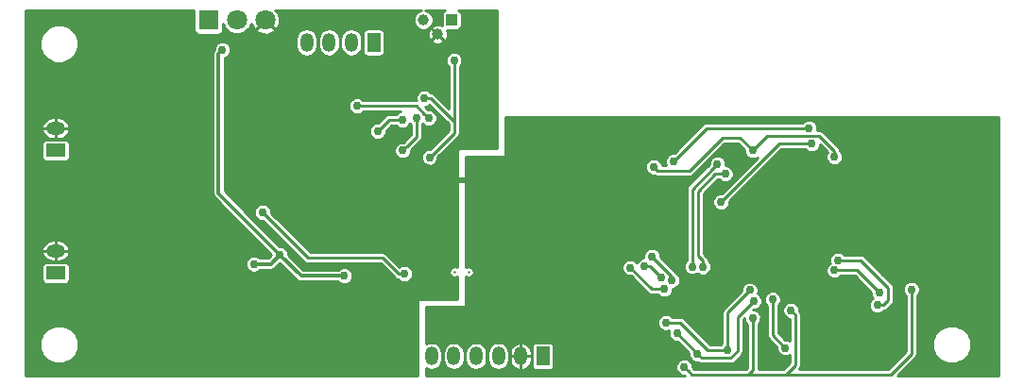
<source format=gbr>
G04 #@! TF.FileFunction,Copper,L2,Bot,Mixed*
%FSLAX46Y46*%
G04 Gerber Fmt 4.6, Leading zero omitted, Abs format (unit mm)*
G04 Created by KiCad (PCBNEW 4.0.7) date 11/11/17 16:51:54*
%MOMM*%
%LPD*%
G01*
G04 APERTURE LIST*
%ADD10C,0.100000*%
%ADD11R,1.200000X1.700000*%
%ADD12O,1.200000X1.700000*%
%ADD13R,1.700000X1.200000*%
%ADD14O,1.700000X1.200000*%
%ADD15R,1.800000X1.800000*%
%ADD16C,1.800000*%
%ADD17C,1.000000*%
%ADD18R,1.000000X1.000000*%
%ADD19C,0.750000*%
%ADD20C,0.250000*%
%ADD21C,0.500000*%
%ADD22C,0.300000*%
%ADD23C,0.254000*%
G04 APERTURE END LIST*
D10*
D11*
X114400000Y-74400000D03*
D12*
X112400000Y-74400000D03*
X110400000Y-74400000D03*
X108400000Y-74400000D03*
D13*
X85900000Y-95100000D03*
D14*
X85900000Y-93100000D03*
D11*
X129575000Y-102550000D03*
D12*
X127575000Y-102550000D03*
X125575000Y-102550000D03*
X123575000Y-102550000D03*
X121575000Y-102550000D03*
X119575000Y-102550000D03*
D15*
X99600000Y-72400000D03*
D16*
X104680000Y-72400000D03*
X102140000Y-72400000D03*
D17*
X120130000Y-73670000D03*
X118860000Y-72400000D03*
D18*
X121400000Y-72400000D03*
D13*
X85900000Y-84100000D03*
D14*
X85900000Y-82100000D03*
D19*
X161647987Y-89091017D03*
X160050000Y-90250000D03*
X158274941Y-90274668D03*
X111167384Y-96285193D03*
X159150000Y-102850000D03*
X168700000Y-84400000D03*
X158700000Y-83750000D03*
X151950000Y-92500000D03*
X149550000Y-90900000D03*
X151700000Y-87850000D03*
X153500000Y-87850000D03*
X154250000Y-89900000D03*
X149750000Y-87900000D03*
X149700000Y-92350000D03*
X154200000Y-92400000D03*
X106550000Y-89500000D03*
X157350000Y-87600000D03*
X159000000Y-87600000D03*
X160200000Y-86450000D03*
X160200000Y-84400000D03*
X160200000Y-81900000D03*
X157650000Y-81900000D03*
X164450000Y-98000000D03*
X168700000Y-99200000D03*
X168700000Y-96700000D03*
X168700000Y-94200000D03*
X168700000Y-91700000D03*
X163700000Y-89200000D03*
X168700000Y-89200000D03*
X168700000Y-86900000D03*
X166200000Y-86900000D03*
X163700000Y-86900000D03*
X163700000Y-84400000D03*
X166200000Y-84400000D03*
X168700000Y-81900000D03*
X166200000Y-81900000D03*
X163700000Y-81900000D03*
X155550000Y-81900000D03*
X143525000Y-96925000D03*
X143525000Y-98825000D03*
X144700000Y-95469697D03*
X160192659Y-95028558D03*
X154242798Y-88702708D03*
X154500000Y-102550000D03*
X137080000Y-88370000D03*
X146874998Y-95000000D03*
X129600000Y-87150000D03*
X145850000Y-83800000D03*
X164400000Y-92650000D03*
X112954653Y-78754812D03*
X123900000Y-78050000D03*
X122650000Y-80200000D03*
X132900000Y-101950000D03*
X111500000Y-100050000D03*
X116350000Y-98050000D03*
X104850000Y-101100000D03*
X106200000Y-95975002D03*
X107150000Y-82100000D03*
X103654847Y-94276660D03*
X111772868Y-95335905D03*
X100850000Y-75050000D03*
X106000000Y-93450000D03*
X142235036Y-103509640D03*
X148356173Y-99124216D03*
X155700000Y-84675002D03*
X139500000Y-85550000D03*
X148375002Y-84100000D03*
X151800000Y-98424998D03*
X162600000Y-96550000D03*
X119400000Y-84700000D03*
X121600000Y-76000000D03*
X118950000Y-79400000D03*
X104450000Y-89650000D03*
X117150000Y-95150000D03*
X153644736Y-83505913D03*
X145538250Y-88711335D03*
X153428871Y-82077721D03*
X141305746Y-85056661D03*
X140454423Y-96542845D03*
X137401698Y-94601921D03*
X140215332Y-95512156D03*
X138662900Y-94499156D03*
X141140829Y-95726579D03*
X139342591Y-93585011D03*
X143421731Y-102342267D03*
X141587540Y-100483335D03*
X148450000Y-97600000D03*
X146111942Y-102013907D03*
X140600000Y-99525002D03*
X148112178Y-96629933D03*
X159735796Y-96849322D03*
X155700000Y-94850000D03*
X150149987Y-97469682D03*
X151300000Y-101800000D03*
X119328343Y-81192289D03*
X112900000Y-80100000D03*
X114751369Y-82368560D03*
X116969985Y-81350011D03*
X145212175Y-85324679D03*
X142948434Y-94520044D03*
X143916066Y-94531261D03*
X145910984Y-86200022D03*
X117000000Y-84100056D03*
X118250000Y-81200000D03*
X156016180Y-93954157D03*
X159530025Y-97969975D03*
D20*
X121650000Y-95000000D02*
X121657802Y-94992198D01*
X122892198Y-94992198D02*
X122900000Y-95000000D01*
D21*
X128719670Y-86800000D02*
X109250000Y-86800000D01*
X109250000Y-86800000D02*
X106550000Y-89500000D01*
X129600000Y-87150000D02*
X129069670Y-87150000D01*
X129069670Y-87150000D02*
X128719670Y-86800000D01*
D20*
X154617797Y-88327709D02*
X154242798Y-88702708D01*
X122650000Y-80200000D02*
X122650000Y-79300000D01*
X122650000Y-79300000D02*
X123900000Y-78050000D01*
D22*
X106000000Y-93450000D02*
X100507262Y-87957262D01*
X100507262Y-87957262D02*
X100507262Y-75392738D01*
X100507262Y-75392738D02*
X100850000Y-75050000D01*
X104185177Y-94276660D02*
X103654847Y-94276660D01*
X105173340Y-94276660D02*
X104185177Y-94276660D01*
X106000000Y-93450000D02*
X105173340Y-94276660D01*
X111242538Y-95335905D02*
X111772868Y-95335905D01*
X107885905Y-95335905D02*
X111242538Y-95335905D01*
X106000000Y-93450000D02*
X107885905Y-95335905D01*
D20*
X148000000Y-104175000D02*
X142900396Y-104175000D01*
X142610035Y-103884639D02*
X142235036Y-103509640D01*
X142900396Y-104175000D02*
X142610035Y-103884639D01*
X148000000Y-104175000D02*
X148000000Y-104172990D01*
X148000000Y-104172990D02*
X148356173Y-103816817D01*
X148356173Y-103816817D02*
X148356173Y-99654546D01*
X148356173Y-99654546D02*
X148356173Y-99124216D01*
X155700000Y-84675002D02*
X155700000Y-84144672D01*
X155700000Y-84144672D02*
X154361240Y-82805912D01*
X154361240Y-82805912D02*
X149669090Y-82805912D01*
X149669090Y-82805912D02*
X148750001Y-83725001D01*
X148750001Y-83725001D02*
X148375002Y-84100000D01*
X151325000Y-104175000D02*
X148000000Y-104175000D01*
X160750000Y-104175000D02*
X151325000Y-104175000D01*
X151800000Y-98424998D02*
X152174999Y-98799997D01*
X152174999Y-98799997D02*
X152174999Y-103325001D01*
X152174999Y-103325001D02*
X151325000Y-104175000D01*
X162600000Y-96550000D02*
X162600000Y-102325000D01*
X162600000Y-102325000D02*
X160750000Y-104175000D01*
X145663998Y-82950000D02*
X147225002Y-82950000D01*
X147225002Y-82950000D02*
X148375002Y-84100000D01*
X139500000Y-85550000D02*
X139874999Y-85924999D01*
X139874999Y-85924999D02*
X142688999Y-85924999D01*
X142688999Y-85924999D02*
X145663998Y-82950000D01*
X121600000Y-76000000D02*
X121600000Y-81550000D01*
X121600000Y-81550000D02*
X121600000Y-82500000D01*
X118950000Y-79400000D02*
X119480330Y-79400000D01*
X119480330Y-79400000D02*
X121600000Y-81519670D01*
X121600000Y-81519670D02*
X121600000Y-81550000D01*
X121600000Y-82500000D02*
X119400000Y-84700000D01*
X115219670Y-93750000D02*
X108550000Y-93750000D01*
X108550000Y-93750000D02*
X104450000Y-89650000D01*
X117150000Y-95150000D02*
X116619670Y-95150000D01*
X116619670Y-95150000D02*
X115219670Y-93750000D01*
X145538250Y-88711335D02*
X150743672Y-83505913D01*
X150743672Y-83505913D02*
X153644736Y-83505913D01*
X152898541Y-82077721D02*
X153428871Y-82077721D01*
X144284686Y-82077721D02*
X152898541Y-82077721D01*
X141305746Y-85056661D02*
X144284686Y-82077721D01*
X139924093Y-96542845D02*
X140454423Y-96542845D01*
X137401698Y-94601921D02*
X139342622Y-96542845D01*
X139342622Y-96542845D02*
X139924093Y-96542845D01*
X139840333Y-95137157D02*
X140215332Y-95512156D01*
X138662900Y-94499156D02*
X139202332Y-94499156D01*
X139202332Y-94499156D02*
X139840333Y-95137157D01*
X139342591Y-93585011D02*
X141140829Y-95383249D01*
X141140829Y-95383249D02*
X141140829Y-95726579D01*
X148450000Y-97600000D02*
X147010773Y-99039227D01*
X147010773Y-99039227D02*
X147010773Y-102107084D01*
X147010773Y-102107084D02*
X146400591Y-102717266D01*
X146400591Y-102717266D02*
X143796730Y-102717266D01*
X143796730Y-102717266D02*
X143421731Y-102342267D01*
X143421731Y-102317526D02*
X143421731Y-102342267D01*
X141587540Y-100483335D02*
X143421731Y-102317526D01*
X140600000Y-99525002D02*
X141876886Y-99525002D01*
X141876886Y-99525002D02*
X144365791Y-102013907D01*
X144365791Y-102013907D02*
X146111942Y-102013907D01*
X146111942Y-101483577D02*
X146111942Y-102013907D01*
X148112178Y-96629933D02*
X146111942Y-98630169D01*
X146111942Y-98630169D02*
X146111942Y-101483577D01*
X157736474Y-94850000D02*
X159360797Y-96474323D01*
X155700000Y-94850000D02*
X157736474Y-94850000D01*
X159360797Y-96474323D02*
X159735796Y-96849322D01*
X150149987Y-100649987D02*
X150149987Y-98000012D01*
X151300000Y-101800000D02*
X150149987Y-100649987D01*
X150149987Y-98000012D02*
X150149987Y-97469682D01*
X118236054Y-80100000D02*
X118953344Y-80817290D01*
X112900000Y-80100000D02*
X118236054Y-80100000D01*
X118953344Y-80817290D02*
X119328343Y-81192289D01*
X115126368Y-81993561D02*
X114751369Y-82368560D01*
X116969985Y-81350011D02*
X115769918Y-81350011D01*
X115769918Y-81350011D02*
X115126368Y-81993561D01*
X142948434Y-87588420D02*
X144837176Y-85699678D01*
X142948434Y-94520044D02*
X142948434Y-87588420D01*
X144837176Y-85699678D02*
X145212175Y-85324679D01*
X145910984Y-86200022D02*
X145040046Y-86200022D01*
X145040046Y-86200022D02*
X143482739Y-87757329D01*
X143482739Y-87757329D02*
X143482739Y-93567604D01*
X143482739Y-93567604D02*
X143916066Y-94000931D01*
X143916066Y-94000931D02*
X143916066Y-94531261D01*
X118250000Y-82850056D02*
X117374999Y-83725057D01*
X118250000Y-81200000D02*
X118250000Y-82850056D01*
X117374999Y-83725057D02*
X117000000Y-84100056D01*
X160533043Y-97497287D02*
X160533043Y-96416075D01*
X159530025Y-97969975D02*
X160060355Y-97969975D01*
X160060355Y-97969975D02*
X160533043Y-97497287D01*
X160533043Y-96416075D02*
X158071125Y-93954157D01*
X156546510Y-93954157D02*
X156016180Y-93954157D01*
X158071125Y-93954157D02*
X156546510Y-93954157D01*
D23*
G36*
X170423000Y-104273000D02*
X161367592Y-104273000D01*
X162957796Y-102682796D01*
X163067483Y-102518638D01*
X163106000Y-102325000D01*
X163106000Y-101842807D01*
X164468700Y-101842807D01*
X164731674Y-102479252D01*
X165218187Y-102966614D01*
X165854172Y-103230699D01*
X166542807Y-103231300D01*
X167179252Y-102968326D01*
X167666614Y-102481813D01*
X167930699Y-101845828D01*
X167931300Y-101157193D01*
X167668326Y-100520748D01*
X167181813Y-100033386D01*
X166545828Y-99769301D01*
X165857193Y-99768700D01*
X165220748Y-100031674D01*
X164733386Y-100518187D01*
X164469301Y-101154172D01*
X164468700Y-101842807D01*
X163106000Y-101842807D01*
X163106000Y-97113096D01*
X163240532Y-96978799D01*
X163355869Y-96701037D01*
X163356131Y-96400282D01*
X163241279Y-96122320D01*
X163028799Y-95909468D01*
X162751037Y-95794131D01*
X162450282Y-95793869D01*
X162172320Y-95908721D01*
X161959468Y-96121201D01*
X161844131Y-96398963D01*
X161843869Y-96699718D01*
X161958721Y-96977680D01*
X162094000Y-97113196D01*
X162094000Y-102115408D01*
X160540408Y-103669000D01*
X152542014Y-103669000D01*
X152642482Y-103518639D01*
X152680999Y-103325001D01*
X152680999Y-98799997D01*
X152642482Y-98606359D01*
X152555955Y-98476863D01*
X152556131Y-98275280D01*
X152441279Y-97997318D01*
X152228799Y-97784466D01*
X151951037Y-97669129D01*
X151650282Y-97668867D01*
X151372320Y-97783719D01*
X151159468Y-97996199D01*
X151044131Y-98273961D01*
X151043869Y-98574716D01*
X151158721Y-98852678D01*
X151371201Y-99065530D01*
X151648963Y-99180867D01*
X151668999Y-99180884D01*
X151668999Y-101134637D01*
X151451037Y-101044131D01*
X151259556Y-101043964D01*
X150655987Y-100440395D01*
X150655987Y-98032778D01*
X150790519Y-97898481D01*
X150905856Y-97620719D01*
X150906118Y-97319964D01*
X150791266Y-97042002D01*
X150578786Y-96829150D01*
X150301024Y-96713813D01*
X150000269Y-96713551D01*
X149722307Y-96828403D01*
X149509455Y-97040883D01*
X149394118Y-97318645D01*
X149393856Y-97619400D01*
X149508708Y-97897362D01*
X149643987Y-98032878D01*
X149643987Y-100649987D01*
X149682504Y-100843625D01*
X149792191Y-101007783D01*
X150544035Y-101759627D01*
X150543869Y-101949718D01*
X150658721Y-102227680D01*
X150871201Y-102440532D01*
X151148963Y-102555869D01*
X151449718Y-102556131D01*
X151668999Y-102465526D01*
X151668999Y-103115409D01*
X151115408Y-103669000D01*
X148862173Y-103669000D01*
X148862173Y-99687312D01*
X148996705Y-99553015D01*
X149112042Y-99275253D01*
X149112304Y-98974498D01*
X148997452Y-98696536D01*
X148784972Y-98483684D01*
X148507210Y-98368347D01*
X148397341Y-98368251D01*
X148409627Y-98355965D01*
X148599718Y-98356131D01*
X148877680Y-98241279D01*
X149090532Y-98028799D01*
X149205869Y-97751037D01*
X149206131Y-97450282D01*
X149091279Y-97172320D01*
X148878799Y-96959468D01*
X148806410Y-96929409D01*
X148868047Y-96780970D01*
X148868309Y-96480215D01*
X148753457Y-96202253D01*
X148540977Y-95989401D01*
X148263215Y-95874064D01*
X147962460Y-95873802D01*
X147684498Y-95988654D01*
X147471646Y-96201134D01*
X147356309Y-96478896D01*
X147356142Y-96670377D01*
X145754146Y-98272373D01*
X145644459Y-98436531D01*
X145605942Y-98630169D01*
X145605942Y-101450811D01*
X145548746Y-101507907D01*
X144575383Y-101507907D01*
X142234682Y-99167206D01*
X142070524Y-99057519D01*
X141876886Y-99019002D01*
X141163096Y-99019002D01*
X141028799Y-98884470D01*
X140751037Y-98769133D01*
X140450282Y-98768871D01*
X140172320Y-98883723D01*
X139959468Y-99096203D01*
X139844131Y-99373965D01*
X139843869Y-99674720D01*
X139958721Y-99952682D01*
X140171201Y-100165534D01*
X140448963Y-100280871D01*
X140749718Y-100281133D01*
X140874290Y-100229661D01*
X140831671Y-100332298D01*
X140831409Y-100633053D01*
X140946261Y-100911015D01*
X141158741Y-101123867D01*
X141436503Y-101239204D01*
X141627984Y-101239371D01*
X142665787Y-102277174D01*
X142665600Y-102491985D01*
X142780452Y-102769947D01*
X142992932Y-102982799D01*
X143270694Y-103098136D01*
X143473731Y-103098313D01*
X143603092Y-103184749D01*
X143796730Y-103223266D01*
X146400591Y-103223266D01*
X146594229Y-103184749D01*
X146758387Y-103075062D01*
X147368569Y-102464880D01*
X147430828Y-102371703D01*
X147478256Y-102300722D01*
X147516773Y-102107084D01*
X147516773Y-99248819D01*
X147600137Y-99165455D01*
X147600042Y-99273934D01*
X147714894Y-99551896D01*
X147850173Y-99687412D01*
X147850173Y-103607225D01*
X147788398Y-103669000D01*
X143109988Y-103669000D01*
X142991001Y-103550013D01*
X142991167Y-103359922D01*
X142876315Y-103081960D01*
X142663835Y-102869108D01*
X142386073Y-102753771D01*
X142085318Y-102753509D01*
X141807356Y-102868361D01*
X141594504Y-103080841D01*
X141479167Y-103358603D01*
X141478905Y-103659358D01*
X141593757Y-103937320D01*
X141806237Y-104150172D01*
X142083999Y-104265509D01*
X142275480Y-104265676D01*
X142282804Y-104273000D01*
X119077000Y-104273000D01*
X119077000Y-103648533D01*
X119199588Y-103730443D01*
X119575000Y-103805117D01*
X119950412Y-103730443D01*
X120268672Y-103517789D01*
X120481326Y-103199529D01*
X120556000Y-102824117D01*
X120556000Y-102275883D01*
X120594000Y-102275883D01*
X120594000Y-102824117D01*
X120668674Y-103199529D01*
X120881328Y-103517789D01*
X121199588Y-103730443D01*
X121575000Y-103805117D01*
X121950412Y-103730443D01*
X122268672Y-103517789D01*
X122481326Y-103199529D01*
X122556000Y-102824117D01*
X122556000Y-102275883D01*
X122594000Y-102275883D01*
X122594000Y-102824117D01*
X122668674Y-103199529D01*
X122881328Y-103517789D01*
X123199588Y-103730443D01*
X123575000Y-103805117D01*
X123950412Y-103730443D01*
X124268672Y-103517789D01*
X124481326Y-103199529D01*
X124556000Y-102824117D01*
X124556000Y-102275883D01*
X124594000Y-102275883D01*
X124594000Y-102824117D01*
X124668674Y-103199529D01*
X124881328Y-103517789D01*
X125199588Y-103730443D01*
X125575000Y-103805117D01*
X125950412Y-103730443D01*
X126268672Y-103517789D01*
X126481326Y-103199529D01*
X126556000Y-102824117D01*
X126556000Y-102550500D01*
X126593000Y-102550500D01*
X126593000Y-102800500D01*
X126667942Y-103176257D01*
X126880975Y-103494732D01*
X127199667Y-103707441D01*
X127420888Y-103769832D01*
X127574500Y-103686500D01*
X127574500Y-102550500D01*
X127575500Y-102550500D01*
X127575500Y-103686500D01*
X127729112Y-103769832D01*
X127950333Y-103707441D01*
X128269025Y-103494732D01*
X128482058Y-103176257D01*
X128557000Y-102800500D01*
X128557000Y-102550500D01*
X127575500Y-102550500D01*
X127574500Y-102550500D01*
X126593000Y-102550500D01*
X126556000Y-102550500D01*
X126556000Y-102299500D01*
X126593000Y-102299500D01*
X126593000Y-102549500D01*
X127574500Y-102549500D01*
X127574500Y-101413500D01*
X127575500Y-101413500D01*
X127575500Y-102549500D01*
X128557000Y-102549500D01*
X128557000Y-102299500D01*
X128482058Y-101923743D01*
X128332393Y-101700000D01*
X128586536Y-101700000D01*
X128586536Y-103400000D01*
X128613103Y-103541190D01*
X128696546Y-103670865D01*
X128823866Y-103757859D01*
X128975000Y-103788464D01*
X130175000Y-103788464D01*
X130316190Y-103761897D01*
X130445865Y-103678454D01*
X130532859Y-103551134D01*
X130563464Y-103400000D01*
X130563464Y-101700000D01*
X130536897Y-101558810D01*
X130453454Y-101429135D01*
X130326134Y-101342141D01*
X130175000Y-101311536D01*
X128975000Y-101311536D01*
X128833810Y-101338103D01*
X128704135Y-101421546D01*
X128617141Y-101548866D01*
X128586536Y-101700000D01*
X128332393Y-101700000D01*
X128269025Y-101605268D01*
X127950333Y-101392559D01*
X127729112Y-101330168D01*
X127575500Y-101413500D01*
X127574500Y-101413500D01*
X127420888Y-101330168D01*
X127199667Y-101392559D01*
X126880975Y-101605268D01*
X126667942Y-101923743D01*
X126593000Y-102299500D01*
X126556000Y-102299500D01*
X126556000Y-102275883D01*
X126481326Y-101900471D01*
X126268672Y-101582211D01*
X125950412Y-101369557D01*
X125575000Y-101294883D01*
X125199588Y-101369557D01*
X124881328Y-101582211D01*
X124668674Y-101900471D01*
X124594000Y-102275883D01*
X124556000Y-102275883D01*
X124481326Y-101900471D01*
X124268672Y-101582211D01*
X123950412Y-101369557D01*
X123575000Y-101294883D01*
X123199588Y-101369557D01*
X122881328Y-101582211D01*
X122668674Y-101900471D01*
X122594000Y-102275883D01*
X122556000Y-102275883D01*
X122481326Y-101900471D01*
X122268672Y-101582211D01*
X121950412Y-101369557D01*
X121575000Y-101294883D01*
X121199588Y-101369557D01*
X120881328Y-101582211D01*
X120668674Y-101900471D01*
X120594000Y-102275883D01*
X120556000Y-102275883D01*
X120481326Y-101900471D01*
X120268672Y-101582211D01*
X119950412Y-101369557D01*
X119575000Y-101294883D01*
X119199588Y-101369557D01*
X119077000Y-101451467D01*
X119077000Y-98127000D01*
X122500000Y-98127000D01*
X122549410Y-98116994D01*
X122591035Y-98088553D01*
X122618315Y-98046159D01*
X122627000Y-98000000D01*
X122627000Y-95414455D01*
X122706363Y-95467483D01*
X122900000Y-95506000D01*
X123093638Y-95467483D01*
X123257796Y-95357796D01*
X123367483Y-95193638D01*
X123406000Y-95000000D01*
X123367483Y-94806363D01*
X123330918Y-94751639D01*
X136645567Y-94751639D01*
X136760419Y-95029601D01*
X136972899Y-95242453D01*
X137250661Y-95357790D01*
X137442142Y-95357957D01*
X138984826Y-96900641D01*
X139148984Y-97010328D01*
X139342622Y-97048845D01*
X139891327Y-97048845D01*
X140025624Y-97183377D01*
X140303386Y-97298714D01*
X140604141Y-97298976D01*
X140882103Y-97184124D01*
X141094955Y-96971644D01*
X141210292Y-96693882D01*
X141210476Y-96482640D01*
X141290547Y-96482710D01*
X141568509Y-96367858D01*
X141781361Y-96155378D01*
X141896698Y-95877616D01*
X141896960Y-95576861D01*
X141782108Y-95298899D01*
X141569628Y-95086047D01*
X141527395Y-95068510D01*
X141498625Y-95025453D01*
X141142934Y-94669762D01*
X142192303Y-94669762D01*
X142307155Y-94947724D01*
X142519635Y-95160576D01*
X142797397Y-95275913D01*
X143098152Y-95276175D01*
X143376114Y-95161323D01*
X143426553Y-95110972D01*
X143487267Y-95171793D01*
X143765029Y-95287130D01*
X144065784Y-95287392D01*
X144343746Y-95172540D01*
X144516870Y-94999718D01*
X154943869Y-94999718D01*
X155058721Y-95277680D01*
X155271201Y-95490532D01*
X155548963Y-95605869D01*
X155849718Y-95606131D01*
X156127680Y-95491279D01*
X156263196Y-95356000D01*
X157526882Y-95356000D01*
X158979831Y-96808949D01*
X158979665Y-96999040D01*
X159094517Y-97277002D01*
X159133337Y-97315890D01*
X159102345Y-97328696D01*
X158889493Y-97541176D01*
X158774156Y-97818938D01*
X158773894Y-98119693D01*
X158888746Y-98397655D01*
X159101226Y-98610507D01*
X159378988Y-98725844D01*
X159679743Y-98726106D01*
X159957705Y-98611254D01*
X160101399Y-98467811D01*
X160253993Y-98437458D01*
X160418151Y-98327771D01*
X160890839Y-97855083D01*
X161000526Y-97690925D01*
X161039043Y-97497287D01*
X161039043Y-96416075D01*
X161000526Y-96222437D01*
X160890839Y-96058279D01*
X158428921Y-93596361D01*
X158264763Y-93486674D01*
X158071125Y-93448157D01*
X156579276Y-93448157D01*
X156444979Y-93313625D01*
X156167217Y-93198288D01*
X155866462Y-93198026D01*
X155588500Y-93312878D01*
X155375648Y-93525358D01*
X155260311Y-93803120D01*
X155260049Y-94103875D01*
X155298843Y-94197762D01*
X155272320Y-94208721D01*
X155059468Y-94421201D01*
X154944131Y-94698963D01*
X154943869Y-94999718D01*
X144516870Y-94999718D01*
X144556598Y-94960060D01*
X144671935Y-94682298D01*
X144672197Y-94381543D01*
X144557345Y-94103581D01*
X144413902Y-93959887D01*
X144383549Y-93807293D01*
X144273862Y-93643135D01*
X143988739Y-93358012D01*
X143988739Y-87966921D01*
X145249638Y-86706022D01*
X145347888Y-86706022D01*
X145482185Y-86840554D01*
X145759947Y-86955891D01*
X146060702Y-86956153D01*
X146338664Y-86841301D01*
X146551516Y-86628821D01*
X146666853Y-86351059D01*
X146667115Y-86050304D01*
X146552263Y-85772342D01*
X146339783Y-85559490D01*
X146062021Y-85444153D01*
X145968072Y-85444071D01*
X145968306Y-85174961D01*
X145853454Y-84896999D01*
X145640974Y-84684147D01*
X145363212Y-84568810D01*
X145062457Y-84568548D01*
X144784495Y-84683400D01*
X144571643Y-84895880D01*
X144456306Y-85173642D01*
X144456139Y-85365123D01*
X142590638Y-87230624D01*
X142480951Y-87394782D01*
X142442434Y-87588420D01*
X142442434Y-93956948D01*
X142307902Y-94091245D01*
X142192565Y-94369007D01*
X142192303Y-94669762D01*
X141142934Y-94669762D01*
X140098556Y-93625384D01*
X140098722Y-93435293D01*
X139983870Y-93157331D01*
X139771390Y-92944479D01*
X139493628Y-92829142D01*
X139192873Y-92828880D01*
X138914911Y-92943732D01*
X138702059Y-93156212D01*
X138586722Y-93433974D01*
X138586460Y-93734729D01*
X138589915Y-93743092D01*
X138513182Y-93743025D01*
X138235220Y-93857877D01*
X138022368Y-94070357D01*
X137997958Y-94129143D01*
X137830497Y-93961389D01*
X137552735Y-93846052D01*
X137251980Y-93845790D01*
X136974018Y-93960642D01*
X136761166Y-94173122D01*
X136645829Y-94450884D01*
X136645567Y-94751639D01*
X123330918Y-94751639D01*
X123257796Y-94642204D01*
X123249994Y-94634402D01*
X123085836Y-94524715D01*
X122892198Y-94486198D01*
X122698560Y-94524715D01*
X122627000Y-94572530D01*
X122627000Y-85699718D01*
X138743869Y-85699718D01*
X138858721Y-85977680D01*
X139071201Y-86190532D01*
X139348963Y-86305869D01*
X139552000Y-86306046D01*
X139681361Y-86392482D01*
X139874999Y-86430999D01*
X142688999Y-86430999D01*
X142882637Y-86392482D01*
X143046795Y-86282795D01*
X145873590Y-83456000D01*
X147015410Y-83456000D01*
X147619037Y-84059627D01*
X147618871Y-84249718D01*
X147733723Y-84527680D01*
X147946203Y-84740532D01*
X148223965Y-84855869D01*
X148524720Y-84856131D01*
X148785695Y-84748298D01*
X145578623Y-87955370D01*
X145388532Y-87955204D01*
X145110570Y-88070056D01*
X144897718Y-88282536D01*
X144782381Y-88560298D01*
X144782119Y-88861053D01*
X144896971Y-89139015D01*
X145109451Y-89351867D01*
X145387213Y-89467204D01*
X145687968Y-89467466D01*
X145965930Y-89352614D01*
X146178782Y-89140134D01*
X146294119Y-88862372D01*
X146294286Y-88670891D01*
X150953264Y-84011913D01*
X153081640Y-84011913D01*
X153215937Y-84146445D01*
X153493699Y-84261782D01*
X153794454Y-84262044D01*
X154072416Y-84147192D01*
X154285268Y-83934712D01*
X154400605Y-83656950D01*
X154400689Y-83560953D01*
X155072715Y-84232979D01*
X155059468Y-84246203D01*
X154944131Y-84523965D01*
X154943869Y-84824720D01*
X155058721Y-85102682D01*
X155271201Y-85315534D01*
X155548963Y-85430871D01*
X155849718Y-85431133D01*
X156127680Y-85316281D01*
X156340532Y-85103801D01*
X156455869Y-84826039D01*
X156456131Y-84525284D01*
X156341279Y-84247322D01*
X156197836Y-84103628D01*
X156167483Y-83951034D01*
X156057796Y-83786876D01*
X154719036Y-82448116D01*
X154554878Y-82338429D01*
X154361240Y-82299912D01*
X154155194Y-82299912D01*
X154184740Y-82228758D01*
X154185002Y-81928003D01*
X154070150Y-81650041D01*
X153857670Y-81437189D01*
X153579908Y-81321852D01*
X153279153Y-81321590D01*
X153001191Y-81436442D01*
X152865675Y-81571721D01*
X144284686Y-81571721D01*
X144091048Y-81610238D01*
X143926890Y-81719925D01*
X141346119Y-84300696D01*
X141156028Y-84300530D01*
X140878066Y-84415382D01*
X140665214Y-84627862D01*
X140549877Y-84905624D01*
X140549615Y-85206379D01*
X140637468Y-85418999D01*
X140256115Y-85418999D01*
X140256131Y-85400282D01*
X140141279Y-85122320D01*
X139928799Y-84909468D01*
X139651037Y-84794131D01*
X139350282Y-84793869D01*
X139072320Y-84908721D01*
X138859468Y-85121201D01*
X138744131Y-85398963D01*
X138743869Y-85699718D01*
X122627000Y-85699718D01*
X122627000Y-84627000D01*
X126050000Y-84627000D01*
X126099410Y-84616994D01*
X126141035Y-84588553D01*
X126168315Y-84546159D01*
X126177000Y-84500000D01*
X126177000Y-81127000D01*
X170423000Y-81127000D01*
X170423000Y-104273000D01*
X170423000Y-104273000D01*
G37*
X170423000Y-104273000D02*
X161367592Y-104273000D01*
X162957796Y-102682796D01*
X163067483Y-102518638D01*
X163106000Y-102325000D01*
X163106000Y-101842807D01*
X164468700Y-101842807D01*
X164731674Y-102479252D01*
X165218187Y-102966614D01*
X165854172Y-103230699D01*
X166542807Y-103231300D01*
X167179252Y-102968326D01*
X167666614Y-102481813D01*
X167930699Y-101845828D01*
X167931300Y-101157193D01*
X167668326Y-100520748D01*
X167181813Y-100033386D01*
X166545828Y-99769301D01*
X165857193Y-99768700D01*
X165220748Y-100031674D01*
X164733386Y-100518187D01*
X164469301Y-101154172D01*
X164468700Y-101842807D01*
X163106000Y-101842807D01*
X163106000Y-97113096D01*
X163240532Y-96978799D01*
X163355869Y-96701037D01*
X163356131Y-96400282D01*
X163241279Y-96122320D01*
X163028799Y-95909468D01*
X162751037Y-95794131D01*
X162450282Y-95793869D01*
X162172320Y-95908721D01*
X161959468Y-96121201D01*
X161844131Y-96398963D01*
X161843869Y-96699718D01*
X161958721Y-96977680D01*
X162094000Y-97113196D01*
X162094000Y-102115408D01*
X160540408Y-103669000D01*
X152542014Y-103669000D01*
X152642482Y-103518639D01*
X152680999Y-103325001D01*
X152680999Y-98799997D01*
X152642482Y-98606359D01*
X152555955Y-98476863D01*
X152556131Y-98275280D01*
X152441279Y-97997318D01*
X152228799Y-97784466D01*
X151951037Y-97669129D01*
X151650282Y-97668867D01*
X151372320Y-97783719D01*
X151159468Y-97996199D01*
X151044131Y-98273961D01*
X151043869Y-98574716D01*
X151158721Y-98852678D01*
X151371201Y-99065530D01*
X151648963Y-99180867D01*
X151668999Y-99180884D01*
X151668999Y-101134637D01*
X151451037Y-101044131D01*
X151259556Y-101043964D01*
X150655987Y-100440395D01*
X150655987Y-98032778D01*
X150790519Y-97898481D01*
X150905856Y-97620719D01*
X150906118Y-97319964D01*
X150791266Y-97042002D01*
X150578786Y-96829150D01*
X150301024Y-96713813D01*
X150000269Y-96713551D01*
X149722307Y-96828403D01*
X149509455Y-97040883D01*
X149394118Y-97318645D01*
X149393856Y-97619400D01*
X149508708Y-97897362D01*
X149643987Y-98032878D01*
X149643987Y-100649987D01*
X149682504Y-100843625D01*
X149792191Y-101007783D01*
X150544035Y-101759627D01*
X150543869Y-101949718D01*
X150658721Y-102227680D01*
X150871201Y-102440532D01*
X151148963Y-102555869D01*
X151449718Y-102556131D01*
X151668999Y-102465526D01*
X151668999Y-103115409D01*
X151115408Y-103669000D01*
X148862173Y-103669000D01*
X148862173Y-99687312D01*
X148996705Y-99553015D01*
X149112042Y-99275253D01*
X149112304Y-98974498D01*
X148997452Y-98696536D01*
X148784972Y-98483684D01*
X148507210Y-98368347D01*
X148397341Y-98368251D01*
X148409627Y-98355965D01*
X148599718Y-98356131D01*
X148877680Y-98241279D01*
X149090532Y-98028799D01*
X149205869Y-97751037D01*
X149206131Y-97450282D01*
X149091279Y-97172320D01*
X148878799Y-96959468D01*
X148806410Y-96929409D01*
X148868047Y-96780970D01*
X148868309Y-96480215D01*
X148753457Y-96202253D01*
X148540977Y-95989401D01*
X148263215Y-95874064D01*
X147962460Y-95873802D01*
X147684498Y-95988654D01*
X147471646Y-96201134D01*
X147356309Y-96478896D01*
X147356142Y-96670377D01*
X145754146Y-98272373D01*
X145644459Y-98436531D01*
X145605942Y-98630169D01*
X145605942Y-101450811D01*
X145548746Y-101507907D01*
X144575383Y-101507907D01*
X142234682Y-99167206D01*
X142070524Y-99057519D01*
X141876886Y-99019002D01*
X141163096Y-99019002D01*
X141028799Y-98884470D01*
X140751037Y-98769133D01*
X140450282Y-98768871D01*
X140172320Y-98883723D01*
X139959468Y-99096203D01*
X139844131Y-99373965D01*
X139843869Y-99674720D01*
X139958721Y-99952682D01*
X140171201Y-100165534D01*
X140448963Y-100280871D01*
X140749718Y-100281133D01*
X140874290Y-100229661D01*
X140831671Y-100332298D01*
X140831409Y-100633053D01*
X140946261Y-100911015D01*
X141158741Y-101123867D01*
X141436503Y-101239204D01*
X141627984Y-101239371D01*
X142665787Y-102277174D01*
X142665600Y-102491985D01*
X142780452Y-102769947D01*
X142992932Y-102982799D01*
X143270694Y-103098136D01*
X143473731Y-103098313D01*
X143603092Y-103184749D01*
X143796730Y-103223266D01*
X146400591Y-103223266D01*
X146594229Y-103184749D01*
X146758387Y-103075062D01*
X147368569Y-102464880D01*
X147430828Y-102371703D01*
X147478256Y-102300722D01*
X147516773Y-102107084D01*
X147516773Y-99248819D01*
X147600137Y-99165455D01*
X147600042Y-99273934D01*
X147714894Y-99551896D01*
X147850173Y-99687412D01*
X147850173Y-103607225D01*
X147788398Y-103669000D01*
X143109988Y-103669000D01*
X142991001Y-103550013D01*
X142991167Y-103359922D01*
X142876315Y-103081960D01*
X142663835Y-102869108D01*
X142386073Y-102753771D01*
X142085318Y-102753509D01*
X141807356Y-102868361D01*
X141594504Y-103080841D01*
X141479167Y-103358603D01*
X141478905Y-103659358D01*
X141593757Y-103937320D01*
X141806237Y-104150172D01*
X142083999Y-104265509D01*
X142275480Y-104265676D01*
X142282804Y-104273000D01*
X119077000Y-104273000D01*
X119077000Y-103648533D01*
X119199588Y-103730443D01*
X119575000Y-103805117D01*
X119950412Y-103730443D01*
X120268672Y-103517789D01*
X120481326Y-103199529D01*
X120556000Y-102824117D01*
X120556000Y-102275883D01*
X120594000Y-102275883D01*
X120594000Y-102824117D01*
X120668674Y-103199529D01*
X120881328Y-103517789D01*
X121199588Y-103730443D01*
X121575000Y-103805117D01*
X121950412Y-103730443D01*
X122268672Y-103517789D01*
X122481326Y-103199529D01*
X122556000Y-102824117D01*
X122556000Y-102275883D01*
X122594000Y-102275883D01*
X122594000Y-102824117D01*
X122668674Y-103199529D01*
X122881328Y-103517789D01*
X123199588Y-103730443D01*
X123575000Y-103805117D01*
X123950412Y-103730443D01*
X124268672Y-103517789D01*
X124481326Y-103199529D01*
X124556000Y-102824117D01*
X124556000Y-102275883D01*
X124594000Y-102275883D01*
X124594000Y-102824117D01*
X124668674Y-103199529D01*
X124881328Y-103517789D01*
X125199588Y-103730443D01*
X125575000Y-103805117D01*
X125950412Y-103730443D01*
X126268672Y-103517789D01*
X126481326Y-103199529D01*
X126556000Y-102824117D01*
X126556000Y-102550500D01*
X126593000Y-102550500D01*
X126593000Y-102800500D01*
X126667942Y-103176257D01*
X126880975Y-103494732D01*
X127199667Y-103707441D01*
X127420888Y-103769832D01*
X127574500Y-103686500D01*
X127574500Y-102550500D01*
X127575500Y-102550500D01*
X127575500Y-103686500D01*
X127729112Y-103769832D01*
X127950333Y-103707441D01*
X128269025Y-103494732D01*
X128482058Y-103176257D01*
X128557000Y-102800500D01*
X128557000Y-102550500D01*
X127575500Y-102550500D01*
X127574500Y-102550500D01*
X126593000Y-102550500D01*
X126556000Y-102550500D01*
X126556000Y-102299500D01*
X126593000Y-102299500D01*
X126593000Y-102549500D01*
X127574500Y-102549500D01*
X127574500Y-101413500D01*
X127575500Y-101413500D01*
X127575500Y-102549500D01*
X128557000Y-102549500D01*
X128557000Y-102299500D01*
X128482058Y-101923743D01*
X128332393Y-101700000D01*
X128586536Y-101700000D01*
X128586536Y-103400000D01*
X128613103Y-103541190D01*
X128696546Y-103670865D01*
X128823866Y-103757859D01*
X128975000Y-103788464D01*
X130175000Y-103788464D01*
X130316190Y-103761897D01*
X130445865Y-103678454D01*
X130532859Y-103551134D01*
X130563464Y-103400000D01*
X130563464Y-101700000D01*
X130536897Y-101558810D01*
X130453454Y-101429135D01*
X130326134Y-101342141D01*
X130175000Y-101311536D01*
X128975000Y-101311536D01*
X128833810Y-101338103D01*
X128704135Y-101421546D01*
X128617141Y-101548866D01*
X128586536Y-101700000D01*
X128332393Y-101700000D01*
X128269025Y-101605268D01*
X127950333Y-101392559D01*
X127729112Y-101330168D01*
X127575500Y-101413500D01*
X127574500Y-101413500D01*
X127420888Y-101330168D01*
X127199667Y-101392559D01*
X126880975Y-101605268D01*
X126667942Y-101923743D01*
X126593000Y-102299500D01*
X126556000Y-102299500D01*
X126556000Y-102275883D01*
X126481326Y-101900471D01*
X126268672Y-101582211D01*
X125950412Y-101369557D01*
X125575000Y-101294883D01*
X125199588Y-101369557D01*
X124881328Y-101582211D01*
X124668674Y-101900471D01*
X124594000Y-102275883D01*
X124556000Y-102275883D01*
X124481326Y-101900471D01*
X124268672Y-101582211D01*
X123950412Y-101369557D01*
X123575000Y-101294883D01*
X123199588Y-101369557D01*
X122881328Y-101582211D01*
X122668674Y-101900471D01*
X122594000Y-102275883D01*
X122556000Y-102275883D01*
X122481326Y-101900471D01*
X122268672Y-101582211D01*
X121950412Y-101369557D01*
X121575000Y-101294883D01*
X121199588Y-101369557D01*
X120881328Y-101582211D01*
X120668674Y-101900471D01*
X120594000Y-102275883D01*
X120556000Y-102275883D01*
X120481326Y-101900471D01*
X120268672Y-101582211D01*
X119950412Y-101369557D01*
X119575000Y-101294883D01*
X119199588Y-101369557D01*
X119077000Y-101451467D01*
X119077000Y-98127000D01*
X122500000Y-98127000D01*
X122549410Y-98116994D01*
X122591035Y-98088553D01*
X122618315Y-98046159D01*
X122627000Y-98000000D01*
X122627000Y-95414455D01*
X122706363Y-95467483D01*
X122900000Y-95506000D01*
X123093638Y-95467483D01*
X123257796Y-95357796D01*
X123367483Y-95193638D01*
X123406000Y-95000000D01*
X123367483Y-94806363D01*
X123330918Y-94751639D01*
X136645567Y-94751639D01*
X136760419Y-95029601D01*
X136972899Y-95242453D01*
X137250661Y-95357790D01*
X137442142Y-95357957D01*
X138984826Y-96900641D01*
X139148984Y-97010328D01*
X139342622Y-97048845D01*
X139891327Y-97048845D01*
X140025624Y-97183377D01*
X140303386Y-97298714D01*
X140604141Y-97298976D01*
X140882103Y-97184124D01*
X141094955Y-96971644D01*
X141210292Y-96693882D01*
X141210476Y-96482640D01*
X141290547Y-96482710D01*
X141568509Y-96367858D01*
X141781361Y-96155378D01*
X141896698Y-95877616D01*
X141896960Y-95576861D01*
X141782108Y-95298899D01*
X141569628Y-95086047D01*
X141527395Y-95068510D01*
X141498625Y-95025453D01*
X141142934Y-94669762D01*
X142192303Y-94669762D01*
X142307155Y-94947724D01*
X142519635Y-95160576D01*
X142797397Y-95275913D01*
X143098152Y-95276175D01*
X143376114Y-95161323D01*
X143426553Y-95110972D01*
X143487267Y-95171793D01*
X143765029Y-95287130D01*
X144065784Y-95287392D01*
X144343746Y-95172540D01*
X144516870Y-94999718D01*
X154943869Y-94999718D01*
X155058721Y-95277680D01*
X155271201Y-95490532D01*
X155548963Y-95605869D01*
X155849718Y-95606131D01*
X156127680Y-95491279D01*
X156263196Y-95356000D01*
X157526882Y-95356000D01*
X158979831Y-96808949D01*
X158979665Y-96999040D01*
X159094517Y-97277002D01*
X159133337Y-97315890D01*
X159102345Y-97328696D01*
X158889493Y-97541176D01*
X158774156Y-97818938D01*
X158773894Y-98119693D01*
X158888746Y-98397655D01*
X159101226Y-98610507D01*
X159378988Y-98725844D01*
X159679743Y-98726106D01*
X159957705Y-98611254D01*
X160101399Y-98467811D01*
X160253993Y-98437458D01*
X160418151Y-98327771D01*
X160890839Y-97855083D01*
X161000526Y-97690925D01*
X161039043Y-97497287D01*
X161039043Y-96416075D01*
X161000526Y-96222437D01*
X160890839Y-96058279D01*
X158428921Y-93596361D01*
X158264763Y-93486674D01*
X158071125Y-93448157D01*
X156579276Y-93448157D01*
X156444979Y-93313625D01*
X156167217Y-93198288D01*
X155866462Y-93198026D01*
X155588500Y-93312878D01*
X155375648Y-93525358D01*
X155260311Y-93803120D01*
X155260049Y-94103875D01*
X155298843Y-94197762D01*
X155272320Y-94208721D01*
X155059468Y-94421201D01*
X154944131Y-94698963D01*
X154943869Y-94999718D01*
X144516870Y-94999718D01*
X144556598Y-94960060D01*
X144671935Y-94682298D01*
X144672197Y-94381543D01*
X144557345Y-94103581D01*
X144413902Y-93959887D01*
X144383549Y-93807293D01*
X144273862Y-93643135D01*
X143988739Y-93358012D01*
X143988739Y-87966921D01*
X145249638Y-86706022D01*
X145347888Y-86706022D01*
X145482185Y-86840554D01*
X145759947Y-86955891D01*
X146060702Y-86956153D01*
X146338664Y-86841301D01*
X146551516Y-86628821D01*
X146666853Y-86351059D01*
X146667115Y-86050304D01*
X146552263Y-85772342D01*
X146339783Y-85559490D01*
X146062021Y-85444153D01*
X145968072Y-85444071D01*
X145968306Y-85174961D01*
X145853454Y-84896999D01*
X145640974Y-84684147D01*
X145363212Y-84568810D01*
X145062457Y-84568548D01*
X144784495Y-84683400D01*
X144571643Y-84895880D01*
X144456306Y-85173642D01*
X144456139Y-85365123D01*
X142590638Y-87230624D01*
X142480951Y-87394782D01*
X142442434Y-87588420D01*
X142442434Y-93956948D01*
X142307902Y-94091245D01*
X142192565Y-94369007D01*
X142192303Y-94669762D01*
X141142934Y-94669762D01*
X140098556Y-93625384D01*
X140098722Y-93435293D01*
X139983870Y-93157331D01*
X139771390Y-92944479D01*
X139493628Y-92829142D01*
X139192873Y-92828880D01*
X138914911Y-92943732D01*
X138702059Y-93156212D01*
X138586722Y-93433974D01*
X138586460Y-93734729D01*
X138589915Y-93743092D01*
X138513182Y-93743025D01*
X138235220Y-93857877D01*
X138022368Y-94070357D01*
X137997958Y-94129143D01*
X137830497Y-93961389D01*
X137552735Y-93846052D01*
X137251980Y-93845790D01*
X136974018Y-93960642D01*
X136761166Y-94173122D01*
X136645829Y-94450884D01*
X136645567Y-94751639D01*
X123330918Y-94751639D01*
X123257796Y-94642204D01*
X123249994Y-94634402D01*
X123085836Y-94524715D01*
X122892198Y-94486198D01*
X122698560Y-94524715D01*
X122627000Y-94572530D01*
X122627000Y-85699718D01*
X138743869Y-85699718D01*
X138858721Y-85977680D01*
X139071201Y-86190532D01*
X139348963Y-86305869D01*
X139552000Y-86306046D01*
X139681361Y-86392482D01*
X139874999Y-86430999D01*
X142688999Y-86430999D01*
X142882637Y-86392482D01*
X143046795Y-86282795D01*
X145873590Y-83456000D01*
X147015410Y-83456000D01*
X147619037Y-84059627D01*
X147618871Y-84249718D01*
X147733723Y-84527680D01*
X147946203Y-84740532D01*
X148223965Y-84855869D01*
X148524720Y-84856131D01*
X148785695Y-84748298D01*
X145578623Y-87955370D01*
X145388532Y-87955204D01*
X145110570Y-88070056D01*
X144897718Y-88282536D01*
X144782381Y-88560298D01*
X144782119Y-88861053D01*
X144896971Y-89139015D01*
X145109451Y-89351867D01*
X145387213Y-89467204D01*
X145687968Y-89467466D01*
X145965930Y-89352614D01*
X146178782Y-89140134D01*
X146294119Y-88862372D01*
X146294286Y-88670891D01*
X150953264Y-84011913D01*
X153081640Y-84011913D01*
X153215937Y-84146445D01*
X153493699Y-84261782D01*
X153794454Y-84262044D01*
X154072416Y-84147192D01*
X154285268Y-83934712D01*
X154400605Y-83656950D01*
X154400689Y-83560953D01*
X155072715Y-84232979D01*
X155059468Y-84246203D01*
X154944131Y-84523965D01*
X154943869Y-84824720D01*
X155058721Y-85102682D01*
X155271201Y-85315534D01*
X155548963Y-85430871D01*
X155849718Y-85431133D01*
X156127680Y-85316281D01*
X156340532Y-85103801D01*
X156455869Y-84826039D01*
X156456131Y-84525284D01*
X156341279Y-84247322D01*
X156197836Y-84103628D01*
X156167483Y-83951034D01*
X156057796Y-83786876D01*
X154719036Y-82448116D01*
X154554878Y-82338429D01*
X154361240Y-82299912D01*
X154155194Y-82299912D01*
X154184740Y-82228758D01*
X154185002Y-81928003D01*
X154070150Y-81650041D01*
X153857670Y-81437189D01*
X153579908Y-81321852D01*
X153279153Y-81321590D01*
X153001191Y-81436442D01*
X152865675Y-81571721D01*
X144284686Y-81571721D01*
X144091048Y-81610238D01*
X143926890Y-81719925D01*
X141346119Y-84300696D01*
X141156028Y-84300530D01*
X140878066Y-84415382D01*
X140665214Y-84627862D01*
X140549877Y-84905624D01*
X140549615Y-85206379D01*
X140637468Y-85418999D01*
X140256115Y-85418999D01*
X140256131Y-85400282D01*
X140141279Y-85122320D01*
X139928799Y-84909468D01*
X139651037Y-84794131D01*
X139350282Y-84793869D01*
X139072320Y-84908721D01*
X138859468Y-85121201D01*
X138744131Y-85398963D01*
X138743869Y-85699718D01*
X122627000Y-85699718D01*
X122627000Y-84627000D01*
X126050000Y-84627000D01*
X126099410Y-84616994D01*
X126141035Y-84588553D01*
X126168315Y-84546159D01*
X126177000Y-84500000D01*
X126177000Y-81127000D01*
X170423000Y-81127000D01*
X170423000Y-104273000D01*
G36*
X98311536Y-73300000D02*
X98338103Y-73441190D01*
X98421546Y-73570865D01*
X98548866Y-73657859D01*
X98700000Y-73688464D01*
X100500000Y-73688464D01*
X100641190Y-73661897D01*
X100770865Y-73578454D01*
X100857859Y-73451134D01*
X100888464Y-73300000D01*
X100888464Y-72725534D01*
X101053388Y-73124680D01*
X101413425Y-73485345D01*
X101884076Y-73680777D01*
X102393689Y-73681222D01*
X102864680Y-73486612D01*
X103094597Y-73257095D01*
X103823612Y-73257095D01*
X103912101Y-73457773D01*
X104375347Y-73671117D01*
X104884972Y-73690945D01*
X105363393Y-73514238D01*
X105447899Y-73457773D01*
X105536388Y-73257095D01*
X104680000Y-72400707D01*
X103823612Y-73257095D01*
X103094597Y-73257095D01*
X103225345Y-73126575D01*
X103413948Y-72672369D01*
X103565762Y-73083393D01*
X103622227Y-73167899D01*
X103822905Y-73256388D01*
X104679293Y-72400000D01*
X104665151Y-72385858D01*
X104665858Y-72385151D01*
X104680000Y-72399293D01*
X104694143Y-72385151D01*
X104694850Y-72385858D01*
X104680707Y-72400000D01*
X105537095Y-73256388D01*
X105737773Y-73167899D01*
X105951117Y-72704653D01*
X105970945Y-72195028D01*
X105794238Y-71716607D01*
X105737773Y-71632101D01*
X105537097Y-71543613D01*
X105553710Y-71527000D01*
X118665795Y-71527000D01*
X118361605Y-71652689D01*
X118113560Y-71900302D01*
X117979153Y-72223989D01*
X117978847Y-72574473D01*
X118112689Y-72898395D01*
X118360302Y-73146440D01*
X118683989Y-73280847D01*
X119034473Y-73281153D01*
X119358395Y-73147311D01*
X119606440Y-72899698D01*
X119740847Y-72576011D01*
X119741153Y-72225527D01*
X119607311Y-71901605D01*
X119359698Y-71653560D01*
X119054909Y-71527000D01*
X120817817Y-71527000D01*
X120758810Y-71538103D01*
X120629135Y-71621546D01*
X120542141Y-71748866D01*
X120511536Y-71900000D01*
X120511536Y-72874670D01*
X120339446Y-72795452D01*
X119988828Y-72781871D01*
X119659701Y-72903500D01*
X119601822Y-72942174D01*
X119561996Y-73101289D01*
X120130000Y-73669293D01*
X120144143Y-73655151D01*
X120144850Y-73655858D01*
X120130707Y-73670000D01*
X120698711Y-74238004D01*
X120857826Y-74198178D01*
X121004548Y-73879446D01*
X121018129Y-73528828D01*
X120929302Y-73288464D01*
X121900000Y-73288464D01*
X122041190Y-73261897D01*
X122170865Y-73178454D01*
X122257859Y-73051134D01*
X122288464Y-72900000D01*
X122288464Y-71900000D01*
X122261897Y-71758810D01*
X122178454Y-71629135D01*
X122051134Y-71542141D01*
X121976365Y-71527000D01*
X125473000Y-71527000D01*
X125473000Y-83923000D01*
X122050000Y-83923000D01*
X122000590Y-83933006D01*
X121958965Y-83961447D01*
X121931685Y-84003841D01*
X121923000Y-84050000D01*
X121923000Y-94572530D01*
X121851440Y-94524715D01*
X121657802Y-94486198D01*
X121464165Y-94524715D01*
X121300006Y-94634402D01*
X121292204Y-94642204D01*
X121182517Y-94806362D01*
X121144000Y-95000000D01*
X121182517Y-95193638D01*
X121292204Y-95357796D01*
X121456362Y-95467483D01*
X121650000Y-95506000D01*
X121843638Y-95467483D01*
X121923000Y-95414455D01*
X121923000Y-97423000D01*
X118500000Y-97423000D01*
X118450590Y-97433006D01*
X118408965Y-97461447D01*
X118381685Y-97503841D01*
X118373000Y-97550000D01*
X118373000Y-104273000D01*
X83227000Y-104273000D01*
X83227000Y-101842807D01*
X84468700Y-101842807D01*
X84731674Y-102479252D01*
X85218187Y-102966614D01*
X85854172Y-103230699D01*
X86542807Y-103231300D01*
X87179252Y-102968326D01*
X87666614Y-102481813D01*
X87930699Y-101845828D01*
X87931300Y-101157193D01*
X87668326Y-100520748D01*
X87181813Y-100033386D01*
X86545828Y-99769301D01*
X85857193Y-99768700D01*
X85220748Y-100031674D01*
X84733386Y-100518187D01*
X84469301Y-101154172D01*
X84468700Y-101842807D01*
X83227000Y-101842807D01*
X83227000Y-94500000D01*
X84661536Y-94500000D01*
X84661536Y-95700000D01*
X84688103Y-95841190D01*
X84771546Y-95970865D01*
X84898866Y-96057859D01*
X85050000Y-96088464D01*
X86750000Y-96088464D01*
X86891190Y-96061897D01*
X87020865Y-95978454D01*
X87107859Y-95851134D01*
X87138464Y-95700000D01*
X87138464Y-94500000D01*
X87111897Y-94358810D01*
X87028454Y-94229135D01*
X86901134Y-94142141D01*
X86750000Y-94111536D01*
X85050000Y-94111536D01*
X84908810Y-94138103D01*
X84779135Y-94221546D01*
X84692141Y-94348866D01*
X84661536Y-94500000D01*
X83227000Y-94500000D01*
X83227000Y-93254112D01*
X84680168Y-93254112D01*
X84742559Y-93475333D01*
X84955268Y-93794025D01*
X85273743Y-94007058D01*
X85649500Y-94082000D01*
X85899500Y-94082000D01*
X85899500Y-93100500D01*
X85900500Y-93100500D01*
X85900500Y-94082000D01*
X86150500Y-94082000D01*
X86526257Y-94007058D01*
X86844732Y-93794025D01*
X87057441Y-93475333D01*
X87119832Y-93254112D01*
X87036500Y-93100500D01*
X85900500Y-93100500D01*
X85899500Y-93100500D01*
X84763500Y-93100500D01*
X84680168Y-93254112D01*
X83227000Y-93254112D01*
X83227000Y-92945888D01*
X84680168Y-92945888D01*
X84763500Y-93099500D01*
X85899500Y-93099500D01*
X85899500Y-92118000D01*
X85900500Y-92118000D01*
X85900500Y-93099500D01*
X87036500Y-93099500D01*
X87119832Y-92945888D01*
X87057441Y-92724667D01*
X86844732Y-92405975D01*
X86526257Y-92192942D01*
X86150500Y-92118000D01*
X85900500Y-92118000D01*
X85899500Y-92118000D01*
X85649500Y-92118000D01*
X85273743Y-92192942D01*
X84955268Y-92405975D01*
X84742559Y-92724667D01*
X84680168Y-92945888D01*
X83227000Y-92945888D01*
X83227000Y-83500000D01*
X84661536Y-83500000D01*
X84661536Y-84700000D01*
X84688103Y-84841190D01*
X84771546Y-84970865D01*
X84898866Y-85057859D01*
X85050000Y-85088464D01*
X86750000Y-85088464D01*
X86891190Y-85061897D01*
X87020865Y-84978454D01*
X87107859Y-84851134D01*
X87138464Y-84700000D01*
X87138464Y-83500000D01*
X87111897Y-83358810D01*
X87028454Y-83229135D01*
X86901134Y-83142141D01*
X86750000Y-83111536D01*
X85050000Y-83111536D01*
X84908810Y-83138103D01*
X84779135Y-83221546D01*
X84692141Y-83348866D01*
X84661536Y-83500000D01*
X83227000Y-83500000D01*
X83227000Y-82254112D01*
X84680168Y-82254112D01*
X84742559Y-82475333D01*
X84955268Y-82794025D01*
X85273743Y-83007058D01*
X85649500Y-83082000D01*
X85899500Y-83082000D01*
X85899500Y-82100500D01*
X85900500Y-82100500D01*
X85900500Y-83082000D01*
X86150500Y-83082000D01*
X86526257Y-83007058D01*
X86844732Y-82794025D01*
X87057441Y-82475333D01*
X87119832Y-82254112D01*
X87036500Y-82100500D01*
X85900500Y-82100500D01*
X85899500Y-82100500D01*
X84763500Y-82100500D01*
X84680168Y-82254112D01*
X83227000Y-82254112D01*
X83227000Y-81945888D01*
X84680168Y-81945888D01*
X84763500Y-82099500D01*
X85899500Y-82099500D01*
X85899500Y-81118000D01*
X85900500Y-81118000D01*
X85900500Y-82099500D01*
X87036500Y-82099500D01*
X87119832Y-81945888D01*
X87057441Y-81724667D01*
X86844732Y-81405975D01*
X86526257Y-81192942D01*
X86150500Y-81118000D01*
X85900500Y-81118000D01*
X85899500Y-81118000D01*
X85649500Y-81118000D01*
X85273743Y-81192942D01*
X84955268Y-81405975D01*
X84742559Y-81724667D01*
X84680168Y-81945888D01*
X83227000Y-81945888D01*
X83227000Y-74842807D01*
X84468700Y-74842807D01*
X84731674Y-75479252D01*
X85218187Y-75966614D01*
X85854172Y-76230699D01*
X86542807Y-76231300D01*
X87179252Y-75968326D01*
X87666614Y-75481813D01*
X87703601Y-75392738D01*
X99976262Y-75392738D01*
X99976262Y-87957262D01*
X100016682Y-88160467D01*
X100131788Y-88332736D01*
X105244004Y-93444951D01*
X105243995Y-93455057D01*
X104953392Y-93745660D01*
X104192987Y-93745660D01*
X104083646Y-93636128D01*
X103805884Y-93520791D01*
X103505129Y-93520529D01*
X103227167Y-93635381D01*
X103014315Y-93847861D01*
X102898978Y-94125623D01*
X102898716Y-94426378D01*
X103013568Y-94704340D01*
X103226048Y-94917192D01*
X103503810Y-95032529D01*
X103804565Y-95032791D01*
X104082527Y-94917939D01*
X104192999Y-94807660D01*
X105173340Y-94807660D01*
X105376545Y-94767240D01*
X105548814Y-94652134D01*
X105994952Y-94205996D01*
X106005057Y-94206005D01*
X107510429Y-95711376D01*
X107510431Y-95711379D01*
X107682700Y-95826485D01*
X107885905Y-95866905D01*
X111234728Y-95866905D01*
X111344069Y-95976437D01*
X111621831Y-96091774D01*
X111922586Y-96092036D01*
X112200548Y-95977184D01*
X112413400Y-95764704D01*
X112528737Y-95486942D01*
X112528999Y-95186187D01*
X112414147Y-94908225D01*
X112201667Y-94695373D01*
X111923905Y-94580036D01*
X111623150Y-94579774D01*
X111345188Y-94694626D01*
X111234716Y-94804905D01*
X108105852Y-94804905D01*
X106755996Y-93455048D01*
X106756131Y-93300282D01*
X106641279Y-93022320D01*
X106428799Y-92809468D01*
X106151037Y-92694131D01*
X105994942Y-92693995D01*
X103100666Y-89799718D01*
X103693869Y-89799718D01*
X103808721Y-90077680D01*
X104021201Y-90290532D01*
X104298963Y-90405869D01*
X104490444Y-90406036D01*
X108192204Y-94107796D01*
X108356362Y-94217483D01*
X108550000Y-94256000D01*
X115010078Y-94256000D01*
X116261874Y-95507796D01*
X116426032Y-95617483D01*
X116578786Y-95647868D01*
X116721201Y-95790532D01*
X116998963Y-95905869D01*
X117299718Y-95906131D01*
X117577680Y-95791279D01*
X117790532Y-95578799D01*
X117905869Y-95301037D01*
X117906131Y-95000282D01*
X117791279Y-94722320D01*
X117578799Y-94509468D01*
X117301037Y-94394131D01*
X117000282Y-94393869D01*
X116722320Y-94508721D01*
X116708139Y-94522877D01*
X115577466Y-93392204D01*
X115413308Y-93282517D01*
X115219670Y-93244000D01*
X108759592Y-93244000D01*
X105205965Y-89690373D01*
X105206131Y-89500282D01*
X105091279Y-89222320D01*
X104878799Y-89009468D01*
X104601037Y-88894131D01*
X104300282Y-88893869D01*
X104022320Y-89008721D01*
X103809468Y-89221201D01*
X103694131Y-89498963D01*
X103693869Y-89799718D01*
X103100666Y-89799718D01*
X101038262Y-87737314D01*
X101038262Y-80249718D01*
X112143869Y-80249718D01*
X112258721Y-80527680D01*
X112471201Y-80740532D01*
X112748963Y-80855869D01*
X113049718Y-80856131D01*
X113327680Y-80741279D01*
X113463196Y-80606000D01*
X116790934Y-80606000D01*
X116542305Y-80708732D01*
X116406789Y-80844011D01*
X115769918Y-80844011D01*
X115576280Y-80882528D01*
X115412122Y-80992215D01*
X114791742Y-81612595D01*
X114601651Y-81612429D01*
X114323689Y-81727281D01*
X114110837Y-81939761D01*
X113995500Y-82217523D01*
X113995238Y-82518278D01*
X114110090Y-82796240D01*
X114322570Y-83009092D01*
X114600332Y-83124429D01*
X114901087Y-83124691D01*
X115179049Y-83009839D01*
X115391901Y-82797359D01*
X115507238Y-82519597D01*
X115507405Y-82328116D01*
X115979510Y-81856011D01*
X116406889Y-81856011D01*
X116541186Y-81990543D01*
X116818948Y-82105880D01*
X117119703Y-82106142D01*
X117397665Y-81991290D01*
X117610517Y-81778810D01*
X117654309Y-81673348D01*
X117744000Y-81763196D01*
X117744000Y-82640464D01*
X117040373Y-83344091D01*
X116850282Y-83343925D01*
X116572320Y-83458777D01*
X116359468Y-83671257D01*
X116244131Y-83949019D01*
X116243869Y-84249774D01*
X116358721Y-84527736D01*
X116571201Y-84740588D01*
X116848963Y-84855925D01*
X117149718Y-84856187D01*
X117427680Y-84741335D01*
X117640532Y-84528855D01*
X117755869Y-84251093D01*
X117756036Y-84059612D01*
X118607796Y-83207852D01*
X118717483Y-83043694D01*
X118756000Y-82850056D01*
X118756000Y-81763096D01*
X118793035Y-81726126D01*
X118899544Y-81832821D01*
X119177306Y-81948158D01*
X119478061Y-81948420D01*
X119756023Y-81833568D01*
X119968875Y-81621088D01*
X120084212Y-81343326D01*
X120084474Y-81042571D01*
X119969622Y-80764609D01*
X119757142Y-80551757D01*
X119479380Y-80436420D01*
X119287899Y-80436253D01*
X119007697Y-80156051D01*
X119099718Y-80156131D01*
X119377680Y-80041279D01*
X119391861Y-80027123D01*
X121094000Y-81729262D01*
X121094000Y-82290408D01*
X119440373Y-83944035D01*
X119250282Y-83943869D01*
X118972320Y-84058721D01*
X118759468Y-84271201D01*
X118644131Y-84548963D01*
X118643869Y-84849718D01*
X118758721Y-85127680D01*
X118971201Y-85340532D01*
X119248963Y-85455869D01*
X119549718Y-85456131D01*
X119827680Y-85341279D01*
X120040532Y-85128799D01*
X120155869Y-84851037D01*
X120156036Y-84659556D01*
X121957796Y-82857796D01*
X122067483Y-82693638D01*
X122106000Y-82500000D01*
X122106000Y-76563096D01*
X122240532Y-76428799D01*
X122355869Y-76151037D01*
X122356131Y-75850282D01*
X122241279Y-75572320D01*
X122028799Y-75359468D01*
X121751037Y-75244131D01*
X121450282Y-75243869D01*
X121172320Y-75358721D01*
X120959468Y-75571201D01*
X120844131Y-75848963D01*
X120843869Y-76149718D01*
X120958721Y-76427680D01*
X121094000Y-76563196D01*
X121094000Y-80298078D01*
X119838126Y-79042204D01*
X119673968Y-78932517D01*
X119521214Y-78902132D01*
X119378799Y-78759468D01*
X119101037Y-78644131D01*
X118800282Y-78643869D01*
X118522320Y-78758721D01*
X118309468Y-78971201D01*
X118194131Y-79248963D01*
X118193869Y-79549718D01*
X118212166Y-79594000D01*
X113463096Y-79594000D01*
X113328799Y-79459468D01*
X113051037Y-79344131D01*
X112750282Y-79343869D01*
X112472320Y-79458721D01*
X112259468Y-79671201D01*
X112144131Y-79948963D01*
X112143869Y-80249718D01*
X101038262Y-80249718D01*
X101038262Y-75790205D01*
X101277680Y-75691279D01*
X101490532Y-75478799D01*
X101605869Y-75201037D01*
X101606131Y-74900282D01*
X101491279Y-74622320D01*
X101278799Y-74409468D01*
X101001037Y-74294131D01*
X100700282Y-74293869D01*
X100422320Y-74408721D01*
X100209468Y-74621201D01*
X100094131Y-74898963D01*
X100093979Y-75073850D01*
X100016682Y-75189533D01*
X99976262Y-75392738D01*
X87703601Y-75392738D01*
X87930699Y-74845828D01*
X87931300Y-74157193D01*
X87918363Y-74125883D01*
X107419000Y-74125883D01*
X107419000Y-74674117D01*
X107493674Y-75049529D01*
X107706328Y-75367789D01*
X108024588Y-75580443D01*
X108400000Y-75655117D01*
X108775412Y-75580443D01*
X109093672Y-75367789D01*
X109306326Y-75049529D01*
X109381000Y-74674117D01*
X109381000Y-74125883D01*
X109419000Y-74125883D01*
X109419000Y-74674117D01*
X109493674Y-75049529D01*
X109706328Y-75367789D01*
X110024588Y-75580443D01*
X110400000Y-75655117D01*
X110775412Y-75580443D01*
X111093672Y-75367789D01*
X111306326Y-75049529D01*
X111381000Y-74674117D01*
X111381000Y-74125883D01*
X111419000Y-74125883D01*
X111419000Y-74674117D01*
X111493674Y-75049529D01*
X111706328Y-75367789D01*
X112024588Y-75580443D01*
X112400000Y-75655117D01*
X112775412Y-75580443D01*
X113093672Y-75367789D01*
X113306326Y-75049529D01*
X113381000Y-74674117D01*
X113381000Y-74125883D01*
X113306326Y-73750471D01*
X113172376Y-73550000D01*
X113411536Y-73550000D01*
X113411536Y-75250000D01*
X113438103Y-75391190D01*
X113521546Y-75520865D01*
X113648866Y-75607859D01*
X113800000Y-75638464D01*
X115000000Y-75638464D01*
X115141190Y-75611897D01*
X115270865Y-75528454D01*
X115357859Y-75401134D01*
X115388464Y-75250000D01*
X115388464Y-74238711D01*
X119561996Y-74238711D01*
X119601822Y-74397826D01*
X119920554Y-74544548D01*
X120271172Y-74558129D01*
X120600299Y-74436500D01*
X120658178Y-74397826D01*
X120698004Y-74238711D01*
X120130000Y-73670707D01*
X119561996Y-74238711D01*
X115388464Y-74238711D01*
X115388464Y-73811172D01*
X119241871Y-73811172D01*
X119363500Y-74140299D01*
X119402174Y-74198178D01*
X119561289Y-74238004D01*
X120129293Y-73670000D01*
X119561289Y-73101996D01*
X119402174Y-73141822D01*
X119255452Y-73460554D01*
X119241871Y-73811172D01*
X115388464Y-73811172D01*
X115388464Y-73550000D01*
X115361897Y-73408810D01*
X115278454Y-73279135D01*
X115151134Y-73192141D01*
X115000000Y-73161536D01*
X113800000Y-73161536D01*
X113658810Y-73188103D01*
X113529135Y-73271546D01*
X113442141Y-73398866D01*
X113411536Y-73550000D01*
X113172376Y-73550000D01*
X113093672Y-73432211D01*
X112775412Y-73219557D01*
X112400000Y-73144883D01*
X112024588Y-73219557D01*
X111706328Y-73432211D01*
X111493674Y-73750471D01*
X111419000Y-74125883D01*
X111381000Y-74125883D01*
X111306326Y-73750471D01*
X111093672Y-73432211D01*
X110775412Y-73219557D01*
X110400000Y-73144883D01*
X110024588Y-73219557D01*
X109706328Y-73432211D01*
X109493674Y-73750471D01*
X109419000Y-74125883D01*
X109381000Y-74125883D01*
X109306326Y-73750471D01*
X109093672Y-73432211D01*
X108775412Y-73219557D01*
X108400000Y-73144883D01*
X108024588Y-73219557D01*
X107706328Y-73432211D01*
X107493674Y-73750471D01*
X107419000Y-74125883D01*
X87918363Y-74125883D01*
X87668326Y-73520748D01*
X87181813Y-73033386D01*
X86545828Y-72769301D01*
X85857193Y-72768700D01*
X85220748Y-73031674D01*
X84733386Y-73518187D01*
X84469301Y-74154172D01*
X84468700Y-74842807D01*
X83227000Y-74842807D01*
X83227000Y-71527000D01*
X98311536Y-71527000D01*
X98311536Y-73300000D01*
X98311536Y-73300000D01*
G37*
X98311536Y-73300000D02*
X98338103Y-73441190D01*
X98421546Y-73570865D01*
X98548866Y-73657859D01*
X98700000Y-73688464D01*
X100500000Y-73688464D01*
X100641190Y-73661897D01*
X100770865Y-73578454D01*
X100857859Y-73451134D01*
X100888464Y-73300000D01*
X100888464Y-72725534D01*
X101053388Y-73124680D01*
X101413425Y-73485345D01*
X101884076Y-73680777D01*
X102393689Y-73681222D01*
X102864680Y-73486612D01*
X103094597Y-73257095D01*
X103823612Y-73257095D01*
X103912101Y-73457773D01*
X104375347Y-73671117D01*
X104884972Y-73690945D01*
X105363393Y-73514238D01*
X105447899Y-73457773D01*
X105536388Y-73257095D01*
X104680000Y-72400707D01*
X103823612Y-73257095D01*
X103094597Y-73257095D01*
X103225345Y-73126575D01*
X103413948Y-72672369D01*
X103565762Y-73083393D01*
X103622227Y-73167899D01*
X103822905Y-73256388D01*
X104679293Y-72400000D01*
X104665151Y-72385858D01*
X104665858Y-72385151D01*
X104680000Y-72399293D01*
X104694143Y-72385151D01*
X104694850Y-72385858D01*
X104680707Y-72400000D01*
X105537095Y-73256388D01*
X105737773Y-73167899D01*
X105951117Y-72704653D01*
X105970945Y-72195028D01*
X105794238Y-71716607D01*
X105737773Y-71632101D01*
X105537097Y-71543613D01*
X105553710Y-71527000D01*
X118665795Y-71527000D01*
X118361605Y-71652689D01*
X118113560Y-71900302D01*
X117979153Y-72223989D01*
X117978847Y-72574473D01*
X118112689Y-72898395D01*
X118360302Y-73146440D01*
X118683989Y-73280847D01*
X119034473Y-73281153D01*
X119358395Y-73147311D01*
X119606440Y-72899698D01*
X119740847Y-72576011D01*
X119741153Y-72225527D01*
X119607311Y-71901605D01*
X119359698Y-71653560D01*
X119054909Y-71527000D01*
X120817817Y-71527000D01*
X120758810Y-71538103D01*
X120629135Y-71621546D01*
X120542141Y-71748866D01*
X120511536Y-71900000D01*
X120511536Y-72874670D01*
X120339446Y-72795452D01*
X119988828Y-72781871D01*
X119659701Y-72903500D01*
X119601822Y-72942174D01*
X119561996Y-73101289D01*
X120130000Y-73669293D01*
X120144143Y-73655151D01*
X120144850Y-73655858D01*
X120130707Y-73670000D01*
X120698711Y-74238004D01*
X120857826Y-74198178D01*
X121004548Y-73879446D01*
X121018129Y-73528828D01*
X120929302Y-73288464D01*
X121900000Y-73288464D01*
X122041190Y-73261897D01*
X122170865Y-73178454D01*
X122257859Y-73051134D01*
X122288464Y-72900000D01*
X122288464Y-71900000D01*
X122261897Y-71758810D01*
X122178454Y-71629135D01*
X122051134Y-71542141D01*
X121976365Y-71527000D01*
X125473000Y-71527000D01*
X125473000Y-83923000D01*
X122050000Y-83923000D01*
X122000590Y-83933006D01*
X121958965Y-83961447D01*
X121931685Y-84003841D01*
X121923000Y-84050000D01*
X121923000Y-94572530D01*
X121851440Y-94524715D01*
X121657802Y-94486198D01*
X121464165Y-94524715D01*
X121300006Y-94634402D01*
X121292204Y-94642204D01*
X121182517Y-94806362D01*
X121144000Y-95000000D01*
X121182517Y-95193638D01*
X121292204Y-95357796D01*
X121456362Y-95467483D01*
X121650000Y-95506000D01*
X121843638Y-95467483D01*
X121923000Y-95414455D01*
X121923000Y-97423000D01*
X118500000Y-97423000D01*
X118450590Y-97433006D01*
X118408965Y-97461447D01*
X118381685Y-97503841D01*
X118373000Y-97550000D01*
X118373000Y-104273000D01*
X83227000Y-104273000D01*
X83227000Y-101842807D01*
X84468700Y-101842807D01*
X84731674Y-102479252D01*
X85218187Y-102966614D01*
X85854172Y-103230699D01*
X86542807Y-103231300D01*
X87179252Y-102968326D01*
X87666614Y-102481813D01*
X87930699Y-101845828D01*
X87931300Y-101157193D01*
X87668326Y-100520748D01*
X87181813Y-100033386D01*
X86545828Y-99769301D01*
X85857193Y-99768700D01*
X85220748Y-100031674D01*
X84733386Y-100518187D01*
X84469301Y-101154172D01*
X84468700Y-101842807D01*
X83227000Y-101842807D01*
X83227000Y-94500000D01*
X84661536Y-94500000D01*
X84661536Y-95700000D01*
X84688103Y-95841190D01*
X84771546Y-95970865D01*
X84898866Y-96057859D01*
X85050000Y-96088464D01*
X86750000Y-96088464D01*
X86891190Y-96061897D01*
X87020865Y-95978454D01*
X87107859Y-95851134D01*
X87138464Y-95700000D01*
X87138464Y-94500000D01*
X87111897Y-94358810D01*
X87028454Y-94229135D01*
X86901134Y-94142141D01*
X86750000Y-94111536D01*
X85050000Y-94111536D01*
X84908810Y-94138103D01*
X84779135Y-94221546D01*
X84692141Y-94348866D01*
X84661536Y-94500000D01*
X83227000Y-94500000D01*
X83227000Y-93254112D01*
X84680168Y-93254112D01*
X84742559Y-93475333D01*
X84955268Y-93794025D01*
X85273743Y-94007058D01*
X85649500Y-94082000D01*
X85899500Y-94082000D01*
X85899500Y-93100500D01*
X85900500Y-93100500D01*
X85900500Y-94082000D01*
X86150500Y-94082000D01*
X86526257Y-94007058D01*
X86844732Y-93794025D01*
X87057441Y-93475333D01*
X87119832Y-93254112D01*
X87036500Y-93100500D01*
X85900500Y-93100500D01*
X85899500Y-93100500D01*
X84763500Y-93100500D01*
X84680168Y-93254112D01*
X83227000Y-93254112D01*
X83227000Y-92945888D01*
X84680168Y-92945888D01*
X84763500Y-93099500D01*
X85899500Y-93099500D01*
X85899500Y-92118000D01*
X85900500Y-92118000D01*
X85900500Y-93099500D01*
X87036500Y-93099500D01*
X87119832Y-92945888D01*
X87057441Y-92724667D01*
X86844732Y-92405975D01*
X86526257Y-92192942D01*
X86150500Y-92118000D01*
X85900500Y-92118000D01*
X85899500Y-92118000D01*
X85649500Y-92118000D01*
X85273743Y-92192942D01*
X84955268Y-92405975D01*
X84742559Y-92724667D01*
X84680168Y-92945888D01*
X83227000Y-92945888D01*
X83227000Y-83500000D01*
X84661536Y-83500000D01*
X84661536Y-84700000D01*
X84688103Y-84841190D01*
X84771546Y-84970865D01*
X84898866Y-85057859D01*
X85050000Y-85088464D01*
X86750000Y-85088464D01*
X86891190Y-85061897D01*
X87020865Y-84978454D01*
X87107859Y-84851134D01*
X87138464Y-84700000D01*
X87138464Y-83500000D01*
X87111897Y-83358810D01*
X87028454Y-83229135D01*
X86901134Y-83142141D01*
X86750000Y-83111536D01*
X85050000Y-83111536D01*
X84908810Y-83138103D01*
X84779135Y-83221546D01*
X84692141Y-83348866D01*
X84661536Y-83500000D01*
X83227000Y-83500000D01*
X83227000Y-82254112D01*
X84680168Y-82254112D01*
X84742559Y-82475333D01*
X84955268Y-82794025D01*
X85273743Y-83007058D01*
X85649500Y-83082000D01*
X85899500Y-83082000D01*
X85899500Y-82100500D01*
X85900500Y-82100500D01*
X85900500Y-83082000D01*
X86150500Y-83082000D01*
X86526257Y-83007058D01*
X86844732Y-82794025D01*
X87057441Y-82475333D01*
X87119832Y-82254112D01*
X87036500Y-82100500D01*
X85900500Y-82100500D01*
X85899500Y-82100500D01*
X84763500Y-82100500D01*
X84680168Y-82254112D01*
X83227000Y-82254112D01*
X83227000Y-81945888D01*
X84680168Y-81945888D01*
X84763500Y-82099500D01*
X85899500Y-82099500D01*
X85899500Y-81118000D01*
X85900500Y-81118000D01*
X85900500Y-82099500D01*
X87036500Y-82099500D01*
X87119832Y-81945888D01*
X87057441Y-81724667D01*
X86844732Y-81405975D01*
X86526257Y-81192942D01*
X86150500Y-81118000D01*
X85900500Y-81118000D01*
X85899500Y-81118000D01*
X85649500Y-81118000D01*
X85273743Y-81192942D01*
X84955268Y-81405975D01*
X84742559Y-81724667D01*
X84680168Y-81945888D01*
X83227000Y-81945888D01*
X83227000Y-74842807D01*
X84468700Y-74842807D01*
X84731674Y-75479252D01*
X85218187Y-75966614D01*
X85854172Y-76230699D01*
X86542807Y-76231300D01*
X87179252Y-75968326D01*
X87666614Y-75481813D01*
X87703601Y-75392738D01*
X99976262Y-75392738D01*
X99976262Y-87957262D01*
X100016682Y-88160467D01*
X100131788Y-88332736D01*
X105244004Y-93444951D01*
X105243995Y-93455057D01*
X104953392Y-93745660D01*
X104192987Y-93745660D01*
X104083646Y-93636128D01*
X103805884Y-93520791D01*
X103505129Y-93520529D01*
X103227167Y-93635381D01*
X103014315Y-93847861D01*
X102898978Y-94125623D01*
X102898716Y-94426378D01*
X103013568Y-94704340D01*
X103226048Y-94917192D01*
X103503810Y-95032529D01*
X103804565Y-95032791D01*
X104082527Y-94917939D01*
X104192999Y-94807660D01*
X105173340Y-94807660D01*
X105376545Y-94767240D01*
X105548814Y-94652134D01*
X105994952Y-94205996D01*
X106005057Y-94206005D01*
X107510429Y-95711376D01*
X107510431Y-95711379D01*
X107682700Y-95826485D01*
X107885905Y-95866905D01*
X111234728Y-95866905D01*
X111344069Y-95976437D01*
X111621831Y-96091774D01*
X111922586Y-96092036D01*
X112200548Y-95977184D01*
X112413400Y-95764704D01*
X112528737Y-95486942D01*
X112528999Y-95186187D01*
X112414147Y-94908225D01*
X112201667Y-94695373D01*
X111923905Y-94580036D01*
X111623150Y-94579774D01*
X111345188Y-94694626D01*
X111234716Y-94804905D01*
X108105852Y-94804905D01*
X106755996Y-93455048D01*
X106756131Y-93300282D01*
X106641279Y-93022320D01*
X106428799Y-92809468D01*
X106151037Y-92694131D01*
X105994942Y-92693995D01*
X103100666Y-89799718D01*
X103693869Y-89799718D01*
X103808721Y-90077680D01*
X104021201Y-90290532D01*
X104298963Y-90405869D01*
X104490444Y-90406036D01*
X108192204Y-94107796D01*
X108356362Y-94217483D01*
X108550000Y-94256000D01*
X115010078Y-94256000D01*
X116261874Y-95507796D01*
X116426032Y-95617483D01*
X116578786Y-95647868D01*
X116721201Y-95790532D01*
X116998963Y-95905869D01*
X117299718Y-95906131D01*
X117577680Y-95791279D01*
X117790532Y-95578799D01*
X117905869Y-95301037D01*
X117906131Y-95000282D01*
X117791279Y-94722320D01*
X117578799Y-94509468D01*
X117301037Y-94394131D01*
X117000282Y-94393869D01*
X116722320Y-94508721D01*
X116708139Y-94522877D01*
X115577466Y-93392204D01*
X115413308Y-93282517D01*
X115219670Y-93244000D01*
X108759592Y-93244000D01*
X105205965Y-89690373D01*
X105206131Y-89500282D01*
X105091279Y-89222320D01*
X104878799Y-89009468D01*
X104601037Y-88894131D01*
X104300282Y-88893869D01*
X104022320Y-89008721D01*
X103809468Y-89221201D01*
X103694131Y-89498963D01*
X103693869Y-89799718D01*
X103100666Y-89799718D01*
X101038262Y-87737314D01*
X101038262Y-80249718D01*
X112143869Y-80249718D01*
X112258721Y-80527680D01*
X112471201Y-80740532D01*
X112748963Y-80855869D01*
X113049718Y-80856131D01*
X113327680Y-80741279D01*
X113463196Y-80606000D01*
X116790934Y-80606000D01*
X116542305Y-80708732D01*
X116406789Y-80844011D01*
X115769918Y-80844011D01*
X115576280Y-80882528D01*
X115412122Y-80992215D01*
X114791742Y-81612595D01*
X114601651Y-81612429D01*
X114323689Y-81727281D01*
X114110837Y-81939761D01*
X113995500Y-82217523D01*
X113995238Y-82518278D01*
X114110090Y-82796240D01*
X114322570Y-83009092D01*
X114600332Y-83124429D01*
X114901087Y-83124691D01*
X115179049Y-83009839D01*
X115391901Y-82797359D01*
X115507238Y-82519597D01*
X115507405Y-82328116D01*
X115979510Y-81856011D01*
X116406889Y-81856011D01*
X116541186Y-81990543D01*
X116818948Y-82105880D01*
X117119703Y-82106142D01*
X117397665Y-81991290D01*
X117610517Y-81778810D01*
X117654309Y-81673348D01*
X117744000Y-81763196D01*
X117744000Y-82640464D01*
X117040373Y-83344091D01*
X116850282Y-83343925D01*
X116572320Y-83458777D01*
X116359468Y-83671257D01*
X116244131Y-83949019D01*
X116243869Y-84249774D01*
X116358721Y-84527736D01*
X116571201Y-84740588D01*
X116848963Y-84855925D01*
X117149718Y-84856187D01*
X117427680Y-84741335D01*
X117640532Y-84528855D01*
X117755869Y-84251093D01*
X117756036Y-84059612D01*
X118607796Y-83207852D01*
X118717483Y-83043694D01*
X118756000Y-82850056D01*
X118756000Y-81763096D01*
X118793035Y-81726126D01*
X118899544Y-81832821D01*
X119177306Y-81948158D01*
X119478061Y-81948420D01*
X119756023Y-81833568D01*
X119968875Y-81621088D01*
X120084212Y-81343326D01*
X120084474Y-81042571D01*
X119969622Y-80764609D01*
X119757142Y-80551757D01*
X119479380Y-80436420D01*
X119287899Y-80436253D01*
X119007697Y-80156051D01*
X119099718Y-80156131D01*
X119377680Y-80041279D01*
X119391861Y-80027123D01*
X121094000Y-81729262D01*
X121094000Y-82290408D01*
X119440373Y-83944035D01*
X119250282Y-83943869D01*
X118972320Y-84058721D01*
X118759468Y-84271201D01*
X118644131Y-84548963D01*
X118643869Y-84849718D01*
X118758721Y-85127680D01*
X118971201Y-85340532D01*
X119248963Y-85455869D01*
X119549718Y-85456131D01*
X119827680Y-85341279D01*
X120040532Y-85128799D01*
X120155869Y-84851037D01*
X120156036Y-84659556D01*
X121957796Y-82857796D01*
X122067483Y-82693638D01*
X122106000Y-82500000D01*
X122106000Y-76563096D01*
X122240532Y-76428799D01*
X122355869Y-76151037D01*
X122356131Y-75850282D01*
X122241279Y-75572320D01*
X122028799Y-75359468D01*
X121751037Y-75244131D01*
X121450282Y-75243869D01*
X121172320Y-75358721D01*
X120959468Y-75571201D01*
X120844131Y-75848963D01*
X120843869Y-76149718D01*
X120958721Y-76427680D01*
X121094000Y-76563196D01*
X121094000Y-80298078D01*
X119838126Y-79042204D01*
X119673968Y-78932517D01*
X119521214Y-78902132D01*
X119378799Y-78759468D01*
X119101037Y-78644131D01*
X118800282Y-78643869D01*
X118522320Y-78758721D01*
X118309468Y-78971201D01*
X118194131Y-79248963D01*
X118193869Y-79549718D01*
X118212166Y-79594000D01*
X113463096Y-79594000D01*
X113328799Y-79459468D01*
X113051037Y-79344131D01*
X112750282Y-79343869D01*
X112472320Y-79458721D01*
X112259468Y-79671201D01*
X112144131Y-79948963D01*
X112143869Y-80249718D01*
X101038262Y-80249718D01*
X101038262Y-75790205D01*
X101277680Y-75691279D01*
X101490532Y-75478799D01*
X101605869Y-75201037D01*
X101606131Y-74900282D01*
X101491279Y-74622320D01*
X101278799Y-74409468D01*
X101001037Y-74294131D01*
X100700282Y-74293869D01*
X100422320Y-74408721D01*
X100209468Y-74621201D01*
X100094131Y-74898963D01*
X100093979Y-75073850D01*
X100016682Y-75189533D01*
X99976262Y-75392738D01*
X87703601Y-75392738D01*
X87930699Y-74845828D01*
X87931300Y-74157193D01*
X87918363Y-74125883D01*
X107419000Y-74125883D01*
X107419000Y-74674117D01*
X107493674Y-75049529D01*
X107706328Y-75367789D01*
X108024588Y-75580443D01*
X108400000Y-75655117D01*
X108775412Y-75580443D01*
X109093672Y-75367789D01*
X109306326Y-75049529D01*
X109381000Y-74674117D01*
X109381000Y-74125883D01*
X109419000Y-74125883D01*
X109419000Y-74674117D01*
X109493674Y-75049529D01*
X109706328Y-75367789D01*
X110024588Y-75580443D01*
X110400000Y-75655117D01*
X110775412Y-75580443D01*
X111093672Y-75367789D01*
X111306326Y-75049529D01*
X111381000Y-74674117D01*
X111381000Y-74125883D01*
X111419000Y-74125883D01*
X111419000Y-74674117D01*
X111493674Y-75049529D01*
X111706328Y-75367789D01*
X112024588Y-75580443D01*
X112400000Y-75655117D01*
X112775412Y-75580443D01*
X113093672Y-75367789D01*
X113306326Y-75049529D01*
X113381000Y-74674117D01*
X113381000Y-74125883D01*
X113306326Y-73750471D01*
X113172376Y-73550000D01*
X113411536Y-73550000D01*
X113411536Y-75250000D01*
X113438103Y-75391190D01*
X113521546Y-75520865D01*
X113648866Y-75607859D01*
X113800000Y-75638464D01*
X115000000Y-75638464D01*
X115141190Y-75611897D01*
X115270865Y-75528454D01*
X115357859Y-75401134D01*
X115388464Y-75250000D01*
X115388464Y-74238711D01*
X119561996Y-74238711D01*
X119601822Y-74397826D01*
X119920554Y-74544548D01*
X120271172Y-74558129D01*
X120600299Y-74436500D01*
X120658178Y-74397826D01*
X120698004Y-74238711D01*
X120130000Y-73670707D01*
X119561996Y-74238711D01*
X115388464Y-74238711D01*
X115388464Y-73811172D01*
X119241871Y-73811172D01*
X119363500Y-74140299D01*
X119402174Y-74198178D01*
X119561289Y-74238004D01*
X120129293Y-73670000D01*
X119561289Y-73101996D01*
X119402174Y-73141822D01*
X119255452Y-73460554D01*
X119241871Y-73811172D01*
X115388464Y-73811172D01*
X115388464Y-73550000D01*
X115361897Y-73408810D01*
X115278454Y-73279135D01*
X115151134Y-73192141D01*
X115000000Y-73161536D01*
X113800000Y-73161536D01*
X113658810Y-73188103D01*
X113529135Y-73271546D01*
X113442141Y-73398866D01*
X113411536Y-73550000D01*
X113172376Y-73550000D01*
X113093672Y-73432211D01*
X112775412Y-73219557D01*
X112400000Y-73144883D01*
X112024588Y-73219557D01*
X111706328Y-73432211D01*
X111493674Y-73750471D01*
X111419000Y-74125883D01*
X111381000Y-74125883D01*
X111306326Y-73750471D01*
X111093672Y-73432211D01*
X110775412Y-73219557D01*
X110400000Y-73144883D01*
X110024588Y-73219557D01*
X109706328Y-73432211D01*
X109493674Y-73750471D01*
X109419000Y-74125883D01*
X109381000Y-74125883D01*
X109306326Y-73750471D01*
X109093672Y-73432211D01*
X108775412Y-73219557D01*
X108400000Y-73144883D01*
X108024588Y-73219557D01*
X107706328Y-73432211D01*
X107493674Y-73750471D01*
X107419000Y-74125883D01*
X87918363Y-74125883D01*
X87668326Y-73520748D01*
X87181813Y-73033386D01*
X86545828Y-72769301D01*
X85857193Y-72768700D01*
X85220748Y-73031674D01*
X84733386Y-73518187D01*
X84469301Y-74154172D01*
X84468700Y-74842807D01*
X83227000Y-74842807D01*
X83227000Y-71527000D01*
X98311536Y-71527000D01*
X98311536Y-73300000D01*
M02*

</source>
